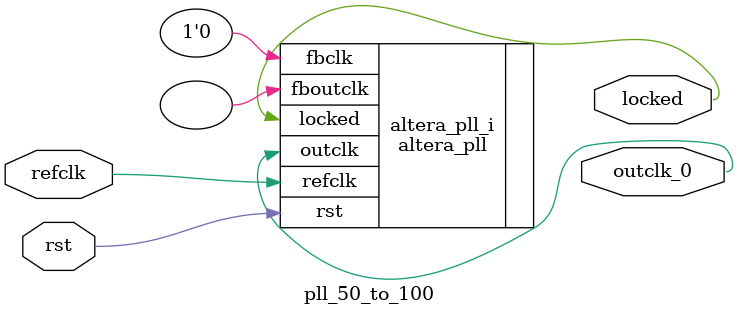
<source format=v>
`timescale 1ns/10ps
module  pll_50_to_100(

	// interface 'refclk'
	input wire refclk,

	// interface 'reset'
	input wire rst,

	// interface 'outclk0'
	output wire outclk_0,

	// interface 'locked'
	output wire locked
);

	altera_pll #(
		.fractional_vco_multiplier("false"),
		.reference_clock_frequency("50.0 MHz"),
		.operation_mode("direct"),
		.number_of_clocks(1),
		.output_clock_frequency0("100.000000 MHz"),
		.phase_shift0("0 ps"),
		.duty_cycle0(50),
		.output_clock_frequency1("0 MHz"),
		.phase_shift1("0 ps"),
		.duty_cycle1(50),
		.output_clock_frequency2("0 MHz"),
		.phase_shift2("0 ps"),
		.duty_cycle2(50),
		.output_clock_frequency3("0 MHz"),
		.phase_shift3("0 ps"),
		.duty_cycle3(50),
		.output_clock_frequency4("0 MHz"),
		.phase_shift4("0 ps"),
		.duty_cycle4(50),
		.output_clock_frequency5("0 MHz"),
		.phase_shift5("0 ps"),
		.duty_cycle5(50),
		.output_clock_frequency6("0 MHz"),
		.phase_shift6("0 ps"),
		.duty_cycle6(50),
		.output_clock_frequency7("0 MHz"),
		.phase_shift7("0 ps"),
		.duty_cycle7(50),
		.output_clock_frequency8("0 MHz"),
		.phase_shift8("0 ps"),
		.duty_cycle8(50),
		.output_clock_frequency9("0 MHz"),
		.phase_shift9("0 ps"),
		.duty_cycle9(50),
		.output_clock_frequency10("0 MHz"),
		.phase_shift10("0 ps"),
		.duty_cycle10(50),
		.output_clock_frequency11("0 MHz"),
		.phase_shift11("0 ps"),
		.duty_cycle11(50),
		.output_clock_frequency12("0 MHz"),
		.phase_shift12("0 ps"),
		.duty_cycle12(50),
		.output_clock_frequency13("0 MHz"),
		.phase_shift13("0 ps"),
		.duty_cycle13(50),
		.output_clock_frequency14("0 MHz"),
		.phase_shift14("0 ps"),
		.duty_cycle14(50),
		.output_clock_frequency15("0 MHz"),
		.phase_shift15("0 ps"),
		.duty_cycle15(50),
		.output_clock_frequency16("0 MHz"),
		.phase_shift16("0 ps"),
		.duty_cycle16(50),
		.output_clock_frequency17("0 MHz"),
		.phase_shift17("0 ps"),
		.duty_cycle17(50),
		.pll_type("General"),
		.pll_subtype("General")
	) altera_pll_i (
		.rst	(rst),
		.outclk	({outclk_0}),
		.locked	(locked),
		.fboutclk	( ),
		.fbclk	(1'b0),
		.refclk	(refclk)
	);
endmodule


</source>
